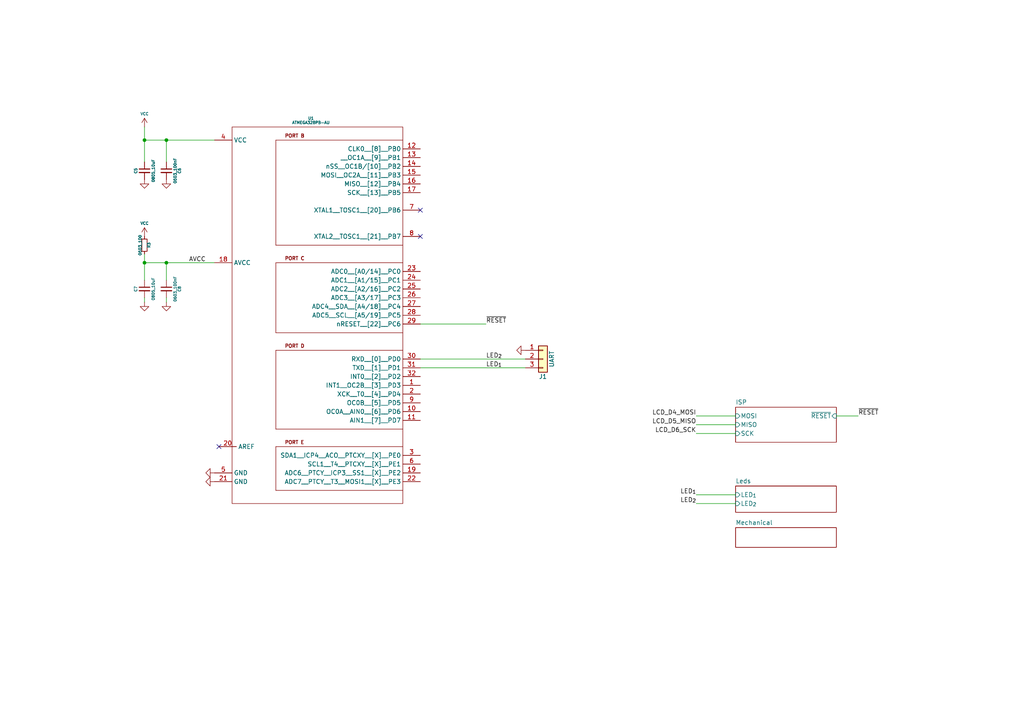
<source format=kicad_sch>
(kicad_sch (version 20231120) (generator "eeschema") (generator_version "8.0")
  (paper "A4")
  (lib_symbols
    (symbol "Capacitors:0603_100nF" (pin_numbers hide) (pin_names (offset 0.254) hide)
      (property "Reference" "C" (at -2.54 0 90))
      (property "Value" "0603_100nF" (at 2.54 0 90))
      (symbol "0603_100nF_0_1"
        (polyline (pts (xy -1.524 -0.508) (xy 1.524 -0.508)) (stroke (width 0.3302)))
        (polyline (pts (xy -1.524 0.508) (xy 1.524 0.508)) (stroke (width 0.3048)))
      )
      (symbol "0603_100nF_1_1"
        (pin passive line (at 0 2.54 270) (length 2.032) (name "~") (number "1"))
        (pin passive line (at 0 -2.54 90) (length 2.032) (name "~") (number "2"))
      )
    )
    (symbol "Capacitors:0805_10uF" (pin_numbers hide) (pin_names (offset 0.254) hide)
      (property "Reference" "C" (at -2.54 0 90))
      (property "Value" "0805_10uF" (at 2.54 0 90))
      (symbol "0805_10uF_0_1"
        (polyline (pts (xy -1.524 -0.508) (xy 1.524 -0.508)) (stroke (width 0.3302)))
        (polyline (pts (xy -1.524 0.508) (xy 1.524 0.508)) (stroke (width 0.3048)))
      )
      (symbol "0805_10uF_1_1"
        (pin passive line (at 0 2.54 270) (length 2.032) (name "~") (number "1"))
        (pin passive line (at 0 -2.54 90) (length 2.032) (name "~") (number "2"))
      )
    )
    (symbol "Commons:ATMEGA328PB-AU"
      (property "Reference" "U" (at 0 48.26 0))
      (property "Value" "ATMEGA328PB-AU" (at 0 45.72 0))
      (symbol "ATMEGA328PB-AU_0_1"
        (rectangle (start -27.94 44.45) (end 21.59 -64.77))
        (polyline (pts (xy -15.24 -60.96) (xy 21.59 -60.96)))
        (polyline (pts (xy -15.24 -48.26) (xy -15.24 -60.96)))
        (polyline (pts (xy -15.24 -48.26) (xy 21.59 -48.26)))
        (polyline (pts (xy -15.24 -43.18) (xy 21.59 -43.18)))
        (polyline (pts (xy -15.24 -20.32) (xy -15.24 -43.18)))
        (polyline (pts (xy -15.24 -20.32) (xy 21.59 -20.32)))
        (polyline (pts (xy -15.24 -15.24) (xy 21.59 -15.24)))
        (polyline (pts (xy -15.24 5.08) (xy -15.24 -15.24)))
        (polyline (pts (xy -15.24 5.08) (xy 21.59 5.08)))
        (polyline (pts (xy -15.24 10.16) (xy -15.24 40.64)))
        (polyline (pts (xy -15.24 10.16) (xy 21.59 10.16)))
        (polyline (pts (xy -15.24 40.64) (xy 21.59 40.64)))
      )
      (symbol "ATMEGA328PB-AU_1_0"
        (text "PORT B" (at -12.7 41.91 0) (effects (font (size 1 1) (bold yes)) (justify left)))
        (text "PORT C" (at -12.7 6.35 0) (effects (font (size 1 1) (bold yes)) (justify left)))
        (text "PORT D" (at -12.7 -19.05 0) (effects (font (size 1 1) (bold yes)) (justify left)))
        (text "PORT E" (at -12.7 -46.99 0) (effects (font (size 1 1) (bold yes)) (justify left)))
      )
      (symbol "ATMEGA328PB-AU_1_1"
        (pin passive line (at 26.67 -30.48 180) (length 5.08) (name "INT1__OC2B__[3]__PD3") (number "1"))
        (pin passive line (at 26.67 -38.1 180) (length 5.08) (name "OC0A__AIN0__[6]__PD6") (number "10"))
        (pin passive line (at 26.67 -40.64 180) (length 5.08) (name "AIN1__[7]__PD7") (number "11"))
        (pin passive line (at 26.67 38.1 180) (length 5.08) (name "CLK0__[8]__PB0") (number "12"))
        (pin passive line (at 26.67 35.56 180) (length 5.08) (name "__OC1A__[9]__PB1") (number "13"))
        (pin passive line (at 26.67 33.02 180) (length 5.08) (name "nSS__OC1B/[10]__PB2") (number "14"))
        (pin passive line (at 26.67 30.48 180) (length 5.08) (name "MOSI__OC2A__[11]__PB3") (number "15"))
        (pin passive line (at 26.67 27.94 180) (length 5.08) (name "MISO__[12]__PB4") (number "16"))
        (pin passive line (at 26.67 25.4 180) (length 5.08) (name "SCK__[13]__PB5") (number "17"))
        (pin passive line (at -33.02 5.08 0) (length 5.08) (name "AVCC") (number "18"))
        (pin passive line (at 26.67 -55.88 180) (length 5.08) (name "ADC6__PTCY__ICP3__SS1__[X]__PE2") (number "19"))
        (pin passive line (at 26.67 -33.02 180) (length 5.08) (name "XCK__T0__[4]__PD4") (number "2"))
        (pin passive line (at -31.75 -48.26 0) (length 5.08) (name "AREF") (number "20"))
        (pin passive line (at -33.02 -58.42 0) (length 5.08) (name "GND") (number "21"))
        (pin passive line (at 26.67 -58.42 180) (length 5.08) (name "ADC7__PTCY__T3__MOSI1__[X]__PE3") (number "22"))
        (pin passive line (at 26.67 2.54 180) (length 5.08) (name "ADC0__[A0/14]__PC0") (number "23"))
        (pin passive line (at 26.67 0 180) (length 5.08) (name "ADC1__[A1/15]__PC1") (number "24"))
        (pin passive line (at 26.67 -2.54 180) (length 5.08) (name "ADC2__[A2/16]__PC2") (number "25"))
        (pin passive line (at 26.67 -5.08 180) (length 5.08) (name "ADC3__[A3/17]__PC3") (number "26"))
        (pin passive line (at 26.67 -7.62 180) (length 5.08) (name "ADC4__SDA__[A4/18]__PC4") (number "27"))
        (pin passive line (at 26.67 -10.16 180) (length 5.08) (name "ADC5__SCL__[A5/19]__PC5") (number "28"))
        (pin passive line (at 26.67 -12.7 180) (length 5.08) (name "nRESET__[22]__PC6") (number "29"))
        (pin passive line (at 26.67 -50.8 180) (length 5.08) (name "SDA1__ICP4__ACO__PTCXY__[X]__PE0") (number "3"))
        (pin passive line (at 26.67 -22.86 180) (length 5.08) (name "RXD__[0]__PD0") (number "30"))
        (pin passive line (at 26.67 -25.4 180) (length 5.08) (name "TXD__[1]__PD1") (number "31"))
        (pin passive line (at 26.67 -27.94 180) (length 5.08) (name "INT0__[2]__PD2") (number "32"))
        (pin passive line (at -33.02 40.64 0) (length 5.08) (name "VCC") (number "4"))
        (pin passive line (at -33.02 -55.88 0) (length 5.08) (name "GND") (number "5"))
        (pin passive line (at 26.67 -53.34 180) (length 5.08) (name "SCL1__T4__PTCXY__[X]__PE1") (number "6"))
        (pin passive line (at 26.67 20.32 180) (length 5.08) (name "XTAL1__TOSC1__[20]__PB6") (number "7"))
        (pin passive line (at 26.67 12.7 180) (length 5.08) (name "XTAL2__TOSC1__[21]__PB7") (number "8"))
        (pin passive line (at 26.67 -35.56 180) (length 5.08) (name "OC0B__[5]__PD5") (number "9"))
      )
    )
    (symbol "Connector_Generic:Conn_01x03" (pin_names (offset 1.016) hide)
      (property "Reference" "J" (at 0 5.08 0))
      (property "Value" "Conn_01x03" (at 0 -5.08 0))
      (symbol "Conn_01x03_1_1"
        (rectangle (start -1.27 -2.413) (end 0 -2.667) (stroke (width 0.1524)))
        (rectangle (start -1.27 0.127) (end 0 -0.127) (stroke (width 0.1524)))
        (rectangle (start -1.27 2.667) (end 0 2.413) (stroke (width 0.1524)))
        (rectangle (start -1.27 3.81) (end 1.27 -3.81) (stroke (width 0.254)) (fill (type background)))
        (pin passive line (at -5.08 2.54 0) (length 3.81) (name "Pin_1") (number "1"))
        (pin passive line (at -5.08 0 0) (length 3.81) (name "Pin_2") (number "2"))
        (pin passive line (at -5.08 -2.54 0) (length 3.81) (name "Pin_3") (number "3"))
      )
    )
    (symbol "Resistors:0603_100" (pin_numbers hide) (pin_names (offset 0.254) hide)
      (property "Reference" "R" (at 0 1.27 0))
      (property "Value" "0603_100" (at 0 -1.27 0))
      (symbol "0603_100_0_1"
        (rectangle (start -1.778 0.762) (end 1.778 -0.762) (stroke (width 0.2032)))
      )
      (symbol "0603_100_1_1"
        (pin passive line (at -2.54 0 0) (length 0.762) (name "~") (number "1"))
        (pin passive line (at 2.54 0 180) (length 0.762) (name "~") (number "2"))
      )
    )
    (symbol "power:GND" (power) (pin_names (offset 0))
      (property "Value" "GND" (at 0 -3.81 0))
      (symbol "GND_0_1"
        (polyline (pts (xy 0 0) (xy 0 -1.27) (xy 1.27 -1.27) (xy 0 -2.54) (xy -1.27 -1.27) (xy 0 -1.27)))
      )
      (symbol "GND_1_1"
        (pin power_in line (at 0 0 270) (length 0) hide (name "GND") (number "1"))
      )
    )
    (symbol "power:VCC" (power) (pin_names (offset 0))
      (property "Value" "VCC" (at 0 3.81 0))
      (symbol "VCC_0_1"
        (polyline (pts (xy -0.762 1.27) (xy 0 2.54)))
        (polyline (pts (xy 0 0) (xy 0 2.54)))
        (polyline (pts (xy 0 2.54) (xy 0.762 1.27)))
      )
      (symbol "VCC_1_1"
        (pin power_in line (at 0 0 90) (length 0) hide (name "VCC") (number "1"))
      )
    )
  )
  (junction (at 48.26 40.64))
  (junction (at 41.91 76.2))
  (junction (at 41.91 40.64))
  (junction (at 48.26 76.2))
  (no_connect (at 121.92 68.58))
  (no_connect (at 63.5 129.54))
  (no_connect (at 121.92 60.96))
  (wire (pts (xy 121.92 104.14) (xy 152.4 104.14)))
  (wire (pts (xy 41.91 73.66) (xy 41.91 76.2)))
  (wire (pts (xy 121.92 93.98) (xy 140.97 93.98)))
  (wire (pts (xy 121.92 106.68) (xy 152.4 106.68)))
  (wire (pts (xy 41.91 81.28) (xy 41.91 76.2)))
  (wire (pts (xy 201.93 120.65) (xy 213.36 120.65)))
  (wire (pts (xy 201.93 125.73) (xy 213.36 125.73)))
  (wire (pts (xy 41.91 76.2) (xy 48.26 76.2)))
  (wire (pts (xy 201.93 143.51) (xy 213.36 143.51)))
  (wire (pts (xy 48.26 76.2) (xy 62.23 76.2)))
  (wire (pts (xy 48.26 76.2) (xy 48.26 81.28)))
  (wire (pts (xy 41.91 36.83) (xy 41.91 40.64)))
  (wire (pts (xy 41.91 87.63) (xy 41.91 86.36)))
  (wire (pts (xy 48.26 86.36) (xy 48.26 87.63)))
  (wire (pts (xy 48.26 40.64) (xy 62.23 40.64)))
  (wire (pts (xy 41.91 40.64) (xy 41.91 46.99)))
  (wire (pts (xy 201.93 123.19) (xy 213.36 123.19)))
  (wire (pts (xy 41.91 40.64) (xy 48.26 40.64)))
  (wire (pts (xy 242.57 120.65) (xy 248.92 120.65)))
  (wire (pts (xy 201.93 146.05) (xy 213.36 146.05)))
  (wire (pts (xy 48.26 46.99) (xy 48.26 40.64)))
  (text "TouchDRO-iGaging" (at -22.606 1.524 0) (effects (font (size 30 30)) (justify left bottom)))
  (label "LED_{1}" (at 140.97 106.68 0))
  (label "LED_{2}" (at 140.97 104.14 0))
  (label "LED_{1}" (at 201.93 143.51 180))
  (label "LCD_D5_MISO" (at 201.93 123.19 180))
  (label "AVCC" (at 59.69 76.2 180))
  (label "LED_{2}" (at 201.93 146.05 180))
  (label "LCD_D4_MOSI" (at 201.93 120.65 180))
  (label "~{RESET}" (at 140.97 93.98 0))
  (label "~{RESET}" (at 248.92 120.65 0))
  (label "LCD_D6_SCK" (at 201.93 125.73 180))
  (symbol (lib_id "power:GND") (at 48.26 52.07 0) (unit 1)
    (property "Reference" "#PWR051" (effects (hide yes)))
    (property "Value" "GND" (effects (hide yes)))
  )
  (symbol (lib_id "power:VCC") (at 41.91 68.58 0) (unit 1)
    (property "Reference" "#PWR08" (effects (hide yes)))
    (property "Value" "VCC" (at 41.91 64.77 0) (effects (font (size 0.8 0.8))))
  )
  (symbol (lib_id "power:GND") (at 48.26 87.63 0) (unit 1)
    (property "Reference" "#PWR05" (effects (hide yes)))
    (property "Value" "GND" (effects (hide yes)))
  )
  (symbol (lib_id "Resistors:0603_100") (at 41.91 71.12 270) (unit 1)
    (property "Reference" "R3" (at 43.18 71.12 0) (effects (font (size 0.8 0.8))))
    (property "Value" "0603_100" (at 40.64 71.12 0) (effects (font (size 0.8 0.8))))
    (property "Footprint" "Resistors:R_0603" (effects (hide yes)))
    (property "Datasheet" "https://datasheet.lcsc.com/lcsc/2206010116_UNI-ROYAL-Uniroyal-Elec-0603WAF470JT5E_C23182.pdf" (effects (hide yes)))
    (property "LCSC" "C22775" (effects (hide yes)))
    (property "MFR" "0603WAF1000T5E" (effects (hide yes)))
    (property "Type" "Basic" (effects (hide yes)))
  )
  (symbol (lib_id "power:GND") (at 41.91 87.63 0) (unit 1)
    (property "Reference" "#PWR052" (effects (hide yes)))
    (property "Value" "GND" (effects (hide yes)))
  )
  (symbol (lib_id "Capacitors:0805_10uF") (at 41.91 83.82 0) (unit 1)
    (property "Reference" "C7" (at 39.37 83.82 90) (effects (font (size 0.8 0.8))))
    (property "Value" "0805_10uF" (at 44.45 83.82 90) (effects (font (size 0.8 0.8))))
    (property "Footprint" "Capacitors:C_0805" (effects (hide yes)))
    (property "Datasheet" "https://datasheet.lcsc.com/lcsc/2004251506_Murata-Electronics-GRM21BR61H106KE43L_C440198.pdf" (effects (hide yes)))
    (property "LCSC" "C440198" (effects (hide yes)))
    (property "MFR" "GRM21BR61H106KE43L" (effects (hide yes)))
    (property "Type" "Basic" (effects (hide yes)))
  )
  (symbol (lib_id "Capacitors:0603_100nF") (at 48.26 83.82 0) (unit 1)
    (property "Reference" "C8" (at 52.07 83.82 90) (effects (font (size 0.8 0.8))))
    (property "Value" "0603_100nF" (at 50.8 83.82 90) (effects (font (size 0.8 0.8))))
    (property "Footprint" "Capacitors:C_0603" (effects (hide yes)))
    (property "Datasheet" "https://datasheet.lcsc.com/lcsc/2211101700_YAGEO-CC0603KRX7R9BB104_C14663.pdf" (effects (hide yes)))
    (property "LCSC" "C14663" (effects (hide yes)))
    (property "MFR" "CC0603KRX7R9BB104" (effects (hide yes)))
    (property "Type" "Basic" (effects (hide yes)))
  )
  (symbol (lib_id "Connector_Generic:Conn_01x03") (at 157.48 104.14 0) (unit 1)
    (property "Reference" "J1" (at 157.48 109.22 0))
    (property "Value" "UART" (at 160.02 104.14 90))
    (property "Footprint" "PinHeaders:PinHeader_1x03_P2.54mm" (effects (hide yes)))
    (property "Type" "Virtual" (effects (hide yes)))
  )
  (symbol (lib_id "power:GND") (at 152.4 101.6 270) (unit 1)
    (property "Reference" "#PWR012" (effects (hide yes)))
    (property "Value" "GND" (effects (hide yes)))
  )
  (symbol (lib_id "power:GND") (at 41.91 52.07 0) (unit 1)
    (property "Reference" "#PWR06" (effects (hide yes)))
    (property "Value" "GND" (effects (hide yes)))
  )
  (symbol (lib_id "Capacitors:0603_100nF") (at 48.26 49.53 0) (unit 1)
    (property "Reference" "C6" (at 52.07 49.53 90) (effects (font (size 0.8 0.8))))
    (property "Value" "0603_100nF" (at 50.8 49.53 90) (effects (font (size 0.8 0.8))))
    (property "Footprint" "Capacitors:C_0603" (effects (hide yes)))
    (property "Datasheet" "https://datasheet.lcsc.com/lcsc/2211101700_YAGEO-CC0603KRX7R9BB104_C14663.pdf" (effects (hide yes)))
    (property "LCSC" "C14663" (effects (hide yes)))
    (property "MFR" "CC0603KRX7R9BB104" (effects (hide yes)))
    (property "Type" "Basic" (effects (hide yes)))
  )
  (symbol (lib_id "power:GND") (at 62.23 137.16 270) (unit 1)
    (property "Reference" "#PWR010" (effects (hide yes)))
    (property "Value" "GND" (effects (hide yes)))
  )
  (symbol (lib_id "Capacitors:0805_10uF") (at 41.91 49.53 0) (unit 1)
    (property "Reference" "C5" (at 39.37 49.53 90) (effects (font (size 0.8 0.8))))
    (property "Value" "0805_10uF" (at 44.45 49.53 90) (effects (font (size 0.8 0.8))))
    (property "Footprint" "Capacitors:C_0805" (effects (hide yes)))
    (property "Datasheet" "https://datasheet.lcsc.com/lcsc/2004251506_Murata-Electronics-GRM21BR61H106KE43L_C440198.pdf" (effects (hide yes)))
    (property "LCSC" "C440198" (effects (hide yes)))
    (property "MFR" "GRM21BR61H106KE43L" (effects (hide yes)))
    (property "Type" "Basic" (effects (hide yes)))
  )
  (symbol (lib_id "Commons:ATMEGA328PB-AU") (at 95.25 81.28 0) (unit 1)
    (property "Reference" "U1" (at 90.17 34.29 0) (effects (font (size 0.8 0.8))))
    (property "Value" "ATMEGA328PB-AU" (at 90.17 35.56 0) (effects (font (size 0.8 0.8))))
    (property "Footprint" "Commons:ATMEGA328PB-AU" (effects (hide yes)))
    (property "Datasheet" "https://datasheet.lcsc.com/lcsc/2210181030_Microchip-Tech-ATMEGA328PB-AU_C132230.pdf" (effects (hide yes)))
    (property "LCSC" "C132230" (effects (hide yes)))
    (property "MFR" "ATMEGA328PB-AU" (effects (hide yes)))
    (property "Type" "Extended" (effects (hide yes)))
  )
  (symbol (lib_id "power:VCC") (at 41.91 36.83 0) (unit 1)
    (property "Reference" "#PWR021" (effects (hide yes)))
    (property "Value" "VCC" (at 41.91 33.02 0) (effects (font (size 0.8 0.8))))
  )
  (symbol (lib_id "power:GND") (at 62.23 139.7 270) (unit 1)
    (property "Reference" "#PWR011" (effects (hide yes)))
    (property "Value" "GND" (effects (hide yes)))
  )
  (sheet (at 213.36 118.11) (size 29.21 10.16) (stroke (width 0.1524))
    (property "Sheetname" "ISP" (at 213.36 117.3984 0) (effects (justify left bottom)))
    (property "Sheetfile" "ISP.kicad_sch" (effects (hide yes)))
    (pin "MISO" input (at 213.36 123.19 180))
    (pin "SCK" input (at 213.36 125.73 180))
    (pin "~{RESET}" input (at 242.57 120.65 0))
    (pin "MOSI" input (at 213.36 120.65 180))
  )
  (sheet (at 213.36 140.97) (size 29.21 7.62) (stroke (width 0.1524))
    (property "Sheetname" "Leds" (at 213.36 140.2584 0) (effects (justify left bottom)))
    (property "Sheetfile" "Leds.kicad_sch" (effects (hide yes)))
    (pin "LED_{1}" input (at 213.36 143.51 180))
    (pin "LED_{2}" input (at 213.36 146.05 180))
  )
  (sheet (at 213.36 153.035) (size 29.21 5.715) (stroke (width 0.1524))
    (property "Sheetname" "Mechanical" (at 213.36 152.3234 0) (effects (justify left bottom)))
    (property "Sheetfile" "Mechanical.kicad_sch" (effects (hide yes)))
  )
)
</source>
